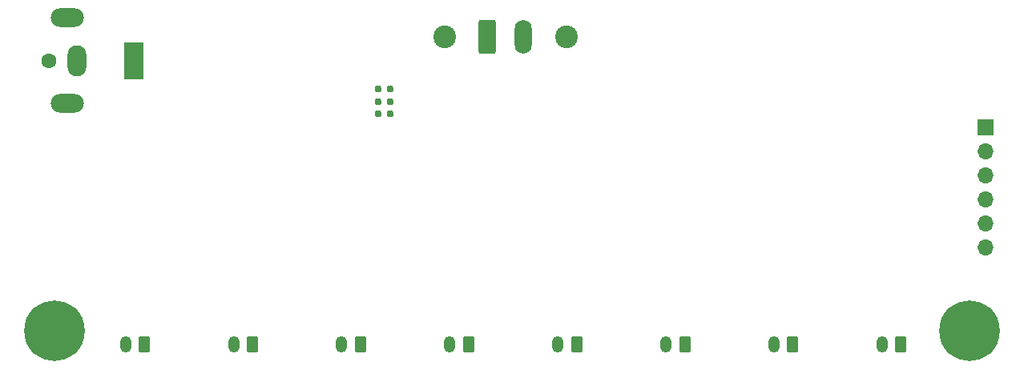
<source format=gbr>
%TF.GenerationSoftware,KiCad,Pcbnew,9.0.0*%
%TF.CreationDate,2025-06-20T07:10:20-05:00*%
%TF.ProjectId,driver-board,64726976-6572-42d6-926f-6172642e6b69,rev?*%
%TF.SameCoordinates,Original*%
%TF.FileFunction,Soldermask,Bot*%
%TF.FilePolarity,Negative*%
%FSLAX46Y46*%
G04 Gerber Fmt 4.6, Leading zero omitted, Abs format (unit mm)*
G04 Created by KiCad (PCBNEW 9.0.0) date 2025-06-20 07:10:20*
%MOMM*%
%LPD*%
G01*
G04 APERTURE LIST*
G04 Aperture macros list*
%AMRoundRect*
0 Rectangle with rounded corners*
0 $1 Rounding radius*
0 $2 $3 $4 $5 $6 $7 $8 $9 X,Y pos of 4 corners*
0 Add a 4 corners polygon primitive as box body*
4,1,4,$2,$3,$4,$5,$6,$7,$8,$9,$2,$3,0*
0 Add four circle primitives for the rounded corners*
1,1,$1+$1,$2,$3*
1,1,$1+$1,$4,$5*
1,1,$1+$1,$6,$7*
1,1,$1+$1,$8,$9*
0 Add four rect primitives between the rounded corners*
20,1,$1+$1,$2,$3,$4,$5,0*
20,1,$1+$1,$4,$5,$6,$7,0*
20,1,$1+$1,$6,$7,$8,$9,0*
20,1,$1+$1,$8,$9,$2,$3,0*%
G04 Aperture macros list end*
%ADD10RoundRect,0.250000X0.350000X0.625000X-0.350000X0.625000X-0.350000X-0.625000X0.350000X-0.625000X0*%
%ADD11O,1.200000X1.750000*%
%ADD12C,6.400000*%
%ADD13C,1.600000*%
%ADD14R,2.000000X4.000000*%
%ADD15O,2.000000X3.300000*%
%ADD16O,3.500000X2.000000*%
%ADD17C,0.770000*%
%ADD18R,1.700000X1.700000*%
%ADD19O,1.700000X1.700000*%
%ADD20C,2.400000*%
%ADD21RoundRect,0.250000X-0.650000X-1.550000X0.650000X-1.550000X0.650000X1.550000X-0.650000X1.550000X0*%
%ADD22O,1.800000X3.600000*%
G04 APERTURE END LIST*
D10*
%TO.C,J6*%
X133971429Y-118800000D03*
D11*
X131971429Y-118800000D03*
%TD*%
D12*
%TO.C,H2*%
X164100000Y-117350000D03*
%TD*%
D13*
%TO.C,J10*%
X66750000Y-88760000D03*
D14*
X75750000Y-88760000D03*
D15*
X69750000Y-88760000D03*
D16*
X68750000Y-84260000D03*
X68750000Y-93260000D03*
%TD*%
D17*
%TO.C,U2*%
X101565000Y-91785000D03*
X101565000Y-93085000D03*
X101565000Y-94385000D03*
X102865000Y-91785000D03*
X102865000Y-93085000D03*
X102865000Y-94385000D03*
%TD*%
D18*
%TO.C,J9*%
X165800000Y-95800000D03*
D19*
X165800000Y-98340000D03*
X165800000Y-100880000D03*
X165800000Y-103420000D03*
X165800000Y-105960000D03*
X165800000Y-108500000D03*
%TD*%
D10*
%TO.C,J4*%
X111142857Y-118800000D03*
D11*
X109142857Y-118800000D03*
%TD*%
D12*
%TO.C,H1*%
X67400000Y-117350000D03*
%TD*%
D10*
%TO.C,J7*%
X145385714Y-118800000D03*
D11*
X143385714Y-118800000D03*
%TD*%
D10*
%TO.C,J1*%
X76900000Y-118800000D03*
D11*
X74900000Y-118800000D03*
%TD*%
D10*
%TO.C,J5*%
X122557143Y-118800000D03*
D11*
X120557143Y-118800000D03*
%TD*%
D20*
%TO.C,J12*%
X108630000Y-86290000D03*
X121440000Y-86290000D03*
D21*
X113130000Y-86290000D03*
D22*
X116940000Y-86290000D03*
%TD*%
D10*
%TO.C,J8*%
X156800000Y-118800000D03*
D11*
X154800000Y-118800000D03*
%TD*%
D10*
%TO.C,J2*%
X88314286Y-118800000D03*
D11*
X86314286Y-118800000D03*
%TD*%
D10*
%TO.C,J3*%
X99728571Y-118800000D03*
D11*
X97728571Y-118800000D03*
%TD*%
M02*

</source>
